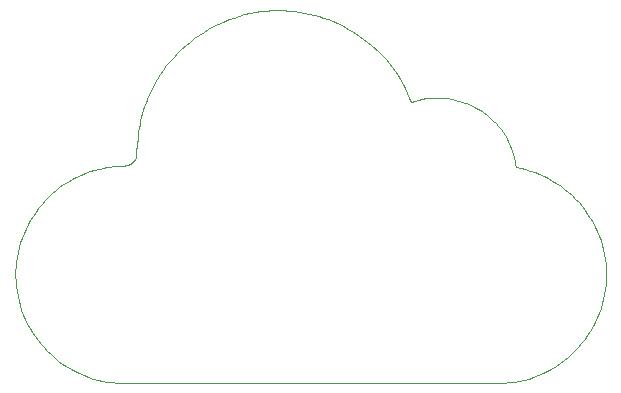
<source format=gbr>
%TF.GenerationSoftware,KiCad,Pcbnew,(6.0.4)*%
%TF.CreationDate,2022-04-09T22:55:50+02:00*%
%TF.ProjectId,cloud,636c6f75-642e-46b6-9963-61645f706362,rev?*%
%TF.SameCoordinates,Original*%
%TF.FileFunction,Profile,NP*%
%FSLAX46Y46*%
G04 Gerber Fmt 4.6, Leading zero omitted, Abs format (unit mm)*
G04 Created by KiCad (PCBNEW (6.0.4)) date 2022-04-09 22:55:50*
%MOMM*%
%LPD*%
G01*
G04 APERTURE LIST*
%TA.AperFunction,Profile*%
%ADD10C,0.100000*%
%TD*%
G04 APERTURE END LIST*
D10*
%TO.C,N1*%
X13959200Y7542600D02*
X14494000Y7219500D01*
X18974400Y2062400D02*
X19358700Y1910900D01*
X13805100Y-15772600D02*
X11790200Y-15771300D01*
X24071100Y-10602800D02*
X23874700Y-10975600D01*
X17240200Y3201900D02*
X17266300Y3081800D01*
X-14661900Y4895600D02*
X-14625000Y5209700D01*
X17312400Y2840200D02*
X17332700Y2719000D01*
X16366500Y-15751300D02*
X16332000Y-15753900D01*
X-16764370Y2559100D02*
X-16572810Y2566000D01*
X-6957300Y15003200D02*
X-6513700Y15163730D01*
X14996800Y6849500D02*
X15462700Y6434600D01*
X-22219170Y-10100D02*
X-21916260Y275700D01*
X3024700Y14302900D02*
X3757500Y13865200D01*
X-3277600Y15775180D02*
X-2803900Y15784720D01*
X20009800Y-14760200D02*
X19632800Y-14947800D01*
X-24997867Y-6746500D02*
X-25003179Y-6326500D01*
X16731900Y4659300D02*
X16859200Y4368200D01*
X4458500Y13377800D02*
X5124100Y12843100D01*
X-1853800Y15741600D02*
X-1425800Y15707040D01*
X24920900Y-5279800D02*
X24967700Y-5690900D01*
X-158400Y15505200D02*
X257100Y15406250D01*
X-20230190Y1486700D02*
X-19862350Y1680700D01*
X-14726300Y4267000D02*
X-14695400Y4581300D01*
X-9848400Y13421200D02*
X-9462600Y13693600D01*
X-18306380Y2274200D02*
X-17898870Y2373700D01*
X257100Y15406250D02*
X668400Y15292000D01*
X-9066700Y13951200D02*
X-8661300Y14193500D01*
X-23298960Y-1277000D02*
X-23049840Y-943100D01*
X-24893322Y-7999300D02*
X-24942526Y-7585400D01*
X5746900Y-15773800D02*
X3732900Y-15775700D01*
X7761200Y-15772200D02*
X5746900Y-15773800D01*
X17351000Y2597400D02*
X17367600Y2475700D01*
X16589900Y4941600D02*
X16731900Y4659300D01*
X-14423700Y6457300D02*
X-14355300Y6765400D01*
X16130900Y-15764300D02*
X16097600Y-15765500D01*
X-14387300Y-15757300D02*
X-16400120Y-15745700D01*
X-2308400Y-15780300D02*
X-4321800Y-15780500D01*
X24676500Y-9032900D02*
X24553400Y-9436000D01*
X-18836780Y-15268300D02*
X-19222600Y-15121000D01*
X17216300Y-15675400D02*
X16793500Y-15724500D01*
X15886800Y5976900D02*
X16081600Y5732700D01*
X-15469580Y2705600D02*
X-15310590Y2777300D01*
X-23113320Y-12132100D02*
X-23358330Y-11798900D01*
X12813100Y8039600D02*
X13397300Y7816700D01*
X-12217300Y11131500D02*
X-11918600Y11496900D01*
X16264100Y-15758200D02*
X16230600Y-15760000D01*
X-23803090Y-11102200D02*
X-24001676Y-10740000D01*
X19734900Y1741300D02*
X20102700Y1554400D01*
X-3749700Y15745410D02*
X-3277600Y15775180D01*
X17212100Y3321600D02*
X17240200Y3201900D01*
X-8247100Y14420300D02*
X-7824600Y14631100D01*
X20377800Y-14555300D02*
X20009800Y-14760200D01*
X22062300Y-13293300D02*
X21748200Y-13575300D01*
X17181900Y3440700D02*
X17212100Y3321600D01*
X19358700Y1910900D02*
X19734900Y1741300D01*
X21149400Y895500D02*
X21477700Y645300D01*
X-14695400Y4581300D02*
X-14661900Y4895600D01*
X-16953210Y2547700D02*
X-16764370Y2559100D01*
X17266300Y3081800D02*
X17290300Y2961200D01*
X-23533320Y-1621400D02*
X-23298960Y-1277000D01*
X-12374400Y-15766200D02*
X-14387300Y-15757300D01*
X-18707010Y2154500D02*
X-18306380Y2274200D01*
X9730900Y8314000D02*
X10041100Y8353900D01*
X-21916260Y275700D02*
X-21601220Y547800D01*
X-12769400Y10365800D02*
X-12501000Y10754300D01*
X-15816270Y2617500D02*
X-15638760Y2653500D01*
X-17898870Y2373700D02*
X-17485000Y2452300D01*
X-24823413Y-8408800D02*
X-24893322Y-7999300D01*
X16997800Y4026500D02*
X17039200Y3910800D01*
X7593100Y9921200D02*
X7805900Y9550800D01*
X16164000Y-15763000D02*
X16130900Y-15764300D01*
X24862500Y-8209300D02*
X24779700Y-8623800D01*
X-17641060Y-15597500D02*
X-18045430Y-15507100D01*
X8359200Y8393000D02*
X8514000Y7992600D01*
X-11605700Y11850200D02*
X-11279200Y12190900D01*
X-13858200Y8266300D02*
X-13676200Y8705900D01*
X-24949566Y-5492900D02*
X-24891692Y-5080500D01*
X18183900Y2308800D02*
X18582600Y2195200D01*
X16954000Y4141300D02*
X16997800Y4026500D01*
X-17315360Y2497800D02*
X-17137480Y2528400D01*
X-24348341Y-9990700D02*
X-24495263Y-9604800D01*
X-16400130Y-15745700D02*
X-16817830Y-15717400D01*
X-15030490Y2993000D02*
X-14913100Y3144000D01*
X-24986903Y-5908400D02*
X-24949566Y-5492900D01*
X17115000Y3677100D02*
X17149500Y3559200D01*
X24924200Y-7790000D02*
X24862500Y-8209300D01*
X16064300Y-15766600D02*
X16030700Y-15767700D01*
X6876000Y10981400D02*
X7127800Y10636800D01*
X18854300Y-15268700D02*
X18454100Y-15400700D01*
X-16572810Y2566000D02*
X-16380380Y2571900D01*
X-22853990Y-12454500D02*
X-23113320Y-12132100D01*
X-6064200Y15306740D02*
X-5609400Y15431840D01*
X24662000Y-4070600D02*
X24767500Y-4469000D01*
X17332700Y2719000D02*
X17351000Y2597400D01*
X-14625000Y5209700D02*
X-14583600Y5523300D01*
X-23955660Y-2338700D02*
X-23752390Y-1975500D01*
X16907900Y4255200D02*
X16954000Y4141300D01*
X16793500Y-15724500D02*
X16366500Y-15751300D01*
X21422100Y-13843100D02*
X21084600Y-14096100D01*
X-16400120Y-15745700D02*
X-16400130Y-15745700D01*
X-4686500Y15626760D02*
X-4219500Y15695810D01*
X23194700Y-1133800D02*
X23433800Y-1470700D01*
X24250100Y-10221600D02*
X24071100Y-10602800D01*
X24967700Y-5690900D02*
X24993800Y-6105000D01*
X-14355300Y6765400D02*
X-14277800Y7071300D01*
X10976500Y8380600D02*
X11597900Y8323700D01*
X24779700Y-8623800D02*
X24676500Y-9032900D01*
X-24716435Y-4268000D02*
X-24600102Y-3869200D01*
X-17485000Y2452300D02*
X-17315360Y2497800D01*
X18582600Y2195200D02*
X18974400Y2062400D01*
X-22294700Y-13064600D02*
X-22580920Y-12765600D01*
X-24942526Y-7585400D02*
X-24970443Y-7167700D01*
X7805900Y9550800D02*
X8004700Y9172500D01*
X-21601220Y547800D02*
X-21274560Y805700D01*
X14494000Y7219500D02*
X14996800Y6849500D01*
X-16000270Y2594200D02*
X-15816270Y2617500D01*
X5124100Y12843100D02*
X5751200Y12263800D01*
X-10587500Y12833400D02*
X-10223600Y13134300D01*
X-17137480Y2528400D02*
X-16953210Y2547700D01*
X-25003179Y-6326500D02*
X-24986903Y-5908400D01*
X-19862350Y1680700D02*
X-19485520Y1857100D01*
X7127800Y10636800D02*
X7367000Y10283300D01*
X16030700Y-15767700D02*
X15996800Y-15768800D01*
X-10939600Y12518800D02*
X-10587500Y12833400D01*
X23431900Y-11692900D02*
X23186800Y-12036300D01*
X24964200Y-7366600D02*
X24924200Y-7790000D01*
X10041100Y8353900D02*
X10352500Y8378100D01*
X-24183619Y-10369300D02*
X-24348341Y-9990700D01*
X-13021700Y9966300D02*
X-12769400Y10365800D01*
X5751200Y12263800D02*
X6336300Y11642400D01*
X-16817830Y-15717400D02*
X-17231660Y-15667800D01*
X-22786490Y-620200D02*
X-22509420Y-309000D01*
X22941300Y-807300D02*
X23194700Y-1133800D01*
X16197300Y-15761600D02*
X16164000Y-15763000D01*
X-294800Y-15779200D02*
X-2308400Y-15780300D01*
X21748200Y-13575300D02*
X21422100Y-13843100D01*
X11597900Y8323700D02*
X12211700Y8209300D01*
X-24600102Y-3869200D02*
X-24465332Y-3476200D01*
X-23588450Y-11455400D02*
X-23803090Y-11102200D01*
X22100300Y102600D02*
X22393600Y-188500D01*
X-24733380Y-8813200D02*
X-24823413Y-8408800D01*
X-20686610Y-14359800D02*
X-21029890Y-14129400D01*
X13397300Y7816700D02*
X13959200Y7542600D01*
X16433800Y5214800D02*
X16589900Y4941600D01*
X19632800Y-14947800D02*
X19247500Y-15117500D01*
X-19971620Y-14773700D02*
X-20333660Y-14574800D01*
X-9462600Y13693600D02*
X-9066700Y13951200D01*
X-13981500Y7972500D02*
X-13858200Y8266300D01*
X23874700Y-10975600D02*
X23661400Y-11339100D01*
X16859200Y4368200D02*
X16907900Y4255200D01*
X-19100230Y2015300D02*
X-18707010Y2154500D01*
X-15163610Y2872000D02*
X-15030490Y2993000D01*
X-16188920Y2580100D02*
X-16000270Y2594200D01*
X21084600Y-14096100D02*
X20736300Y-14333700D01*
X-14784300Y3640200D02*
X-14755600Y3953200D01*
X17078200Y3794300D02*
X17115000Y3677100D01*
X18454100Y-15400700D02*
X18047200Y-15512900D01*
X-19222600Y-15121000D02*
X-19601070Y-14956000D01*
X8514000Y7992600D02*
X8813400Y8097700D01*
X-18045430Y-15507100D02*
X-18444200Y-15397200D01*
X-21995900Y-13351100D02*
X-22294700Y-13064600D01*
X9422400Y8258200D02*
X9730900Y8314000D01*
X-19485520Y1857100D02*
X-19100230Y2015300D01*
X-1000200Y15655920D02*
X-577600Y15588530D01*
X15892600Y-15772400D02*
X15856700Y-15773800D01*
X24059800Y-2538200D02*
X24236300Y-2910900D01*
X6336300Y11642400D02*
X6612000Y11316700D01*
X9775600Y-15771300D02*
X7761200Y-15772200D01*
X-14190300Y7374600D02*
X-14091800Y7675100D01*
X-16380380Y2571900D02*
X-16188920Y2580100D01*
X-20936820Y1048500D02*
X-20588520Y1275800D01*
X17778700Y2402500D02*
X18183900Y2308800D01*
X1476800Y15018850D02*
X1873000Y14860600D01*
X-11918600Y11496900D02*
X-11605700Y11850200D01*
X-4321800Y-15780500D02*
X-6335200Y-15779500D01*
X24236300Y-2910900D02*
X24395900Y-3290900D01*
X-5609400Y15431840D02*
X-5150000Y15538640D01*
X-11279200Y12190900D02*
X-10939600Y12518800D01*
X668400Y15292000D02*
X1075100Y15162760D01*
X16230600Y-15760000D02*
X16197300Y-15761600D01*
X23661400Y-11339100D02*
X23431900Y-11692900D01*
X-18444200Y-15397200D02*
X-18836780Y-15268300D01*
X-14755600Y3953200D02*
X-14726300Y4267000D01*
X15680300Y6211000D02*
X15886800Y5976900D01*
X8813400Y8097700D02*
X9116400Y8186200D01*
X15820100Y-15775400D02*
X13805100Y-15772600D01*
X19247500Y-15117500D02*
X18854300Y-15268700D01*
X-24495263Y-9604800D02*
X-24623803Y-9212100D01*
X-4219500Y15695810D02*
X-3749700Y15745410D01*
X-10223600Y13134300D02*
X-9848400Y13421200D01*
X17149500Y3559200D02*
X17181900Y3440700D01*
X22652200Y-12689400D02*
X22363900Y-12997800D01*
X18047200Y-15512900D02*
X17634500Y-15604700D01*
X24395900Y-3290900D02*
X24537900Y-3677700D01*
X-24142585Y-2710300D02*
X-23955660Y-2338700D01*
X24553400Y-9436000D02*
X24411100Y-9832400D01*
X2647400Y14502300D02*
X3024700Y14302900D01*
X20461400Y1350700D02*
X20810400Y1130900D01*
X15462700Y6434600D02*
X15680300Y6211000D01*
X11790200Y-15771300D02*
X9775600Y-15771300D01*
X21477700Y645300D02*
X21794900Y380800D01*
X1075100Y15162760D02*
X1476800Y15018850D01*
X-20588520Y1275800D02*
X-20230190Y1486700D01*
X15856700Y-15773800D02*
X15820100Y-15775400D01*
X-6513700Y15163730D02*
X-6064200Y15306740D01*
X23186800Y-12036300D02*
X22926700Y-12368700D01*
X-21362920Y-13884100D02*
X-21685120Y-13624400D01*
X-21685120Y-13624400D02*
X-21995900Y-13351100D01*
X-14483900Y6147400D02*
X-14423700Y6457300D01*
X8004700Y9172500D02*
X8189300Y8786400D01*
X7367000Y10283300D02*
X7593100Y9921200D01*
X15927800Y-15771100D02*
X15892600Y-15772400D01*
X-13676200Y8705900D02*
X-13475600Y9136000D01*
X24537900Y-3677700D02*
X24662000Y-4070600D01*
X-7824600Y14631100D02*
X-7394500Y14825500D01*
X-22509420Y-309000D02*
X-22219170Y-10100D01*
X-24623803Y-9212100D02*
X-24733380Y-8813200D01*
X16332000Y-15753900D02*
X16297800Y-15756200D01*
X3732900Y-15775700D02*
X1719000Y-15777600D01*
X-21029890Y-14129400D02*
X-21362920Y-13884100D01*
X-12501000Y10754300D02*
X-12217300Y11131500D01*
X-24891692Y-5080500D02*
X-24813807Y-4672000D01*
X-24312652Y-3089700D02*
X-24142585Y-2710300D01*
X21794900Y380800D02*
X22100300Y102600D01*
X-17231660Y-15667800D02*
X-17641060Y-15597500D01*
X24411100Y-9832400D02*
X24250100Y-10221600D01*
X16097600Y-15765500D02*
X16064300Y-15766600D01*
X17367600Y2475700D02*
X17778700Y2402500D01*
X-577600Y15588530D02*
X-158400Y15505200D01*
X24767500Y-4469000D02*
X24854000Y-4872300D01*
X-13257300Y9556200D02*
X-13021700Y9966300D01*
X-15310590Y2777300D02*
X-15163610Y2872000D01*
X-7394500Y14825500D02*
X-6957300Y15003200D01*
X16297800Y-15756200D02*
X16264100Y-15758200D01*
X-14536900Y5835900D02*
X-14483900Y6147400D01*
X17634500Y-15604700D02*
X17216300Y-15675400D01*
X24982000Y-6939600D02*
X24964200Y-7366600D01*
X-2803900Y15784720D02*
X-2329100Y15773650D01*
X-10361400Y-15772700D02*
X-12374400Y-15766200D01*
X-23049840Y-943100D02*
X-22786490Y-620200D01*
X-24001676Y-10740000D02*
X-24183619Y-10369300D01*
X22674100Y-492000D02*
X22941300Y-807300D01*
X-24970443Y-7167700D02*
X-24997867Y-6746500D01*
X15962500Y-15769900D02*
X15927800Y-15771100D01*
X-14091800Y7675100D02*
X-13981500Y7972500D01*
X20810400Y1130900D02*
X21149400Y895500D01*
X22363900Y-12997800D02*
X22062300Y-13293300D01*
X-13475600Y9136000D02*
X-13257300Y9556200D01*
X-14583600Y5523300D02*
X-14536900Y5835900D01*
X20102700Y1554400D02*
X20461400Y1350700D01*
X-14913100Y3144000D02*
X-14813200Y3328200D01*
X-23358330Y-11798900D02*
X-23588450Y-11455400D01*
X-19601070Y-14956000D02*
X-19971620Y-14773700D01*
X2263300Y14688300D02*
X2647400Y14502300D01*
X1719000Y-15777600D02*
X-294800Y-15779200D01*
X12211700Y8209300D02*
X12813100Y8039600D01*
X-16400130Y-15745700D02*
X-16400130Y-15745700D01*
X-24465332Y-3476200D02*
X-24312652Y-3089700D01*
X-22580920Y-12765600D02*
X-22853990Y-12454500D01*
X-23752390Y-1975500D02*
X-23533320Y-1621400D01*
X-14277800Y7071300D02*
X-14190300Y7374600D01*
X17039200Y3910800D02*
X17078200Y3794300D01*
X-21274560Y805700D02*
X-20936820Y1048500D01*
X23658000Y-1817500D02*
X23866800Y-2173500D01*
X-8661300Y14193500D02*
X-8247100Y14420300D01*
X-20333660Y-14574800D02*
X-20686610Y-14359800D01*
X22926700Y-12368700D02*
X22652200Y-12689400D01*
X8189300Y8786400D02*
X8359200Y8393000D01*
X9116400Y8186200D02*
X9422400Y8258200D01*
X16081600Y5732700D02*
X16264200Y5478600D01*
X-8348400Y-15777000D02*
X-10361400Y-15772700D01*
X-14813200Y3328200D02*
X-14784300Y3640200D01*
X24998700Y-6521400D02*
X24982000Y-6939600D01*
X6612000Y11316700D02*
X6876000Y10981400D01*
X-5150000Y15538640D02*
X-4686500Y15626760D01*
X23866800Y-2173500D02*
X24059800Y-2538200D01*
X24993800Y-6105000D02*
X24998700Y-6521400D01*
X17290300Y2961200D02*
X17312400Y2840200D01*
X-15638760Y2653500D02*
X-15469580Y2705600D01*
X-2329100Y15773650D02*
X-1853800Y15741600D01*
X22393600Y-188500D02*
X22674100Y-492000D01*
X16264200Y5478600D02*
X16433800Y5214800D01*
X3757500Y13865200D02*
X4458500Y13377800D01*
X24854000Y-4872300D02*
X24920900Y-5279800D01*
X15996800Y-15768800D02*
X15962500Y-15769900D01*
X20736300Y-14333700D02*
X20377800Y-14555300D01*
X-24813807Y-4672000D02*
X-24716435Y-4268000D01*
X23433800Y-1470700D02*
X23658000Y-1817500D01*
X-6335200Y-15779500D02*
X-8348400Y-15777000D01*
X1873000Y14860600D02*
X2263300Y14688300D01*
X10664500Y8387000D02*
X10976500Y8380600D01*
X10352500Y8378100D02*
X10664500Y8387000D01*
X-1425800Y15707040D02*
X-1000200Y15655920D01*
%TD*%
M02*

</source>
